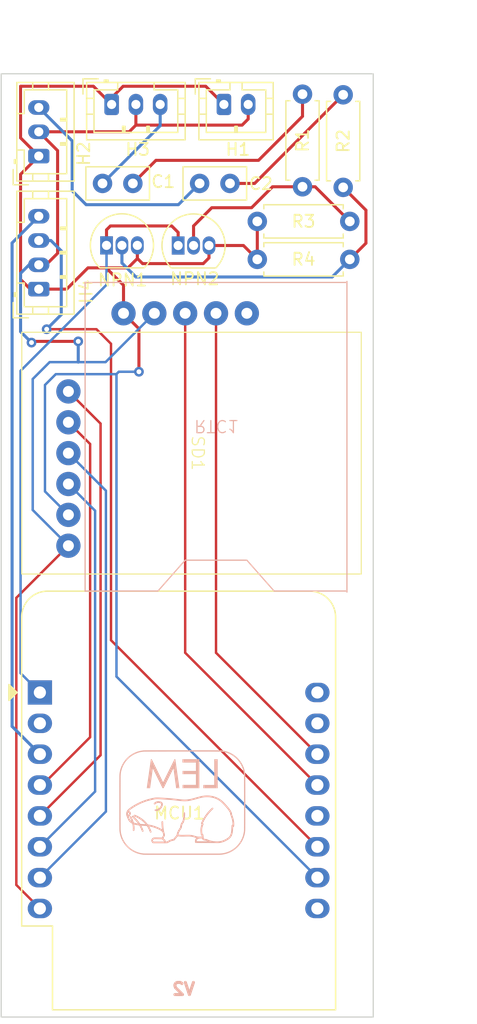
<source format=kicad_pcb>
(kicad_pcb (version 20221018) (generator pcbnew)
  (layers (0 "F.Cu" signal) (31 "B.Cu" signal) (34 "B.Paste" user) (35 "F.Paste" user) (36 "B.SilkS" user "B.Silkscreen") (37 "F.SilkS" user "F.Silkscreen") (38 "B.Mask" user) (39 "F.Mask" user) (44 "Edge.Cuts" user))
  (net 0 "")
  (net 1 "Net-(C1-Pad2)")
  (net 2 "Net-(C2-Pad2)")
  (net 3 "Net-(NPN1-B)")
  (net 4 "Net-(NPN2-B)")
  (net 5 "Net-(H3-Pin_3)")
  (net 6 "Net-(H4-Pin_3)")
  (net 7 "Net-(H1-Pin_2)")
  (net 8 "Net-(H1-Pin_1)")
  (net 9 "Net-(MCU1-~{RST})")
  (net 11 "Net-(H2-Pin_3)")
  (net 16 "Net-(MCU1-SCK{slash}D5)")
  (net 17 "Net-(MCU1-MISO{slash}D6)")
  (net 18 "Net-(MCU1-MOSI{slash}D7)")
  (net 19 "Net-(MCU1-CS{slash}D8)")
  (net 20 "Net-(MCU1-SDA{slash}D2)")
  (net 21 "Net-(MCU1-SCL{slash}D1)")
  (net 23 "Net-(H4-Pin_4)")
  (footprint "Resistor_THT:R_Axial_DIN0207_L6.3mm_D2.5mm_P7.62mm_Horizontal" (layer "F.Cu") (at 172.075 44.955 -90)
    (fp_text reference "R2" hide)
    (fp_text value "1k" hide)
    (fp_text user "${REFERENCE}" (at 3.81 0 90) (layer "F.SilkS"))
    (pad "1" thru_hole circle (at 0 0 270) (size 1.6 1.6) (drill 0.8) (layers "*.Cu" "*.Mask") (net 2 "Net-(C2-Pad2)"))
    (pad "2" thru_hole oval (at 7.62 0 270) (size 1.6 1.6) (drill 0.8) (layers "*.Cu" "*.Mask") (net 3 "Net-(NPN1-B)"))
  )
  (footprint "Module:WEMOS_D1_mini_light" (layer "F.Cu") (at 147.09 94.15)
    (fp_text reference "MCU1" hide)
    (fp_text value "WeMos_D1_mini")
    (fp_text user "${REFERENCE}" (at 11.49 9.93) (layer "F.SilkS"))
    (pad "1" thru_hole rect (at 0 0) (size 2 2) (drill 1) (layers "*.Cu" "*.Mask") (net 9 "Net-(MCU1-~{RST})"))
    (pad "2" thru_hole oval (at 0 2.54) (size 2 1.6) (drill 1) (layers "*.Cu" "*.Mask"))
    (pad "3" thru_hole oval (at 0 5.08) (size 2 1.6) (drill 1) (layers "*.Cu" "*.Mask") (net 23 "Net-(H4-Pin_4)"))
    (pad "4" thru_hole oval (at 0 7.62) (size 2 1.6) (drill 1) (layers "*.Cu" "*.Mask") (net 16 "Net-(MCU1-SCK{slash}D5)"))
    (pad "5" thru_hole oval (at 0 10.16) (size 2 1.6) (drill 1) (layers "*.Cu" "*.Mask") (net 17 "Net-(MCU1-MISO{slash}D6)"))
    (pad "6" thru_hole oval (at 0 12.7) (size 2 1.6) (drill 1) (layers "*.Cu" "*.Mask") (net 18 "Net-(MCU1-MOSI{slash}D7)"))
    (pad "7" thru_hole oval (at 0 15.24) (size 2 1.6) (drill 1) (layers "*.Cu" "*.Mask") (net 19 "Net-(MCU1-CS{slash}D8)"))
    (pad "8" thru_hole oval (at 0 17.78) (size 2 1.6) (drill 1) (layers "*.Cu" "*.Mask") (net 7 "Net-(H1-Pin_2)"))
    (pad "9" thru_hole oval (at 22.86 17.78) (size 2 1.6) (drill 1) (layers "*.Cu" "*.Mask"))
    (pad "10" thru_hole oval (at 22.86 15.24) (size 2 1.6) (drill 1) (layers "*.Cu" "*.Mask") (net 8 "Net-(H1-Pin_1)"))
    (pad "11" thru_hole oval (at 22.86 12.7) (size 2 1.6) (drill 1) (layers "*.Cu" "*.Mask") (net 6 "Net-(H4-Pin_3)"))
    (pad "12" thru_hole oval (at 22.86 10.16) (size 2 1.6) (drill 1) (layers "*.Cu" "*.Mask"))
    (pad "13" thru_hole oval (at 22.86 7.62) (size 2 1.6) (drill 1) (layers "*.Cu" "*.Mask") (net 20 "Net-(MCU1-SDA{slash}D2)"))
    (pad "14" thru_hole oval (at 22.86 5.08) (size 2 1.6) (drill 1) (layers "*.Cu" "*.Mask") (net 21 "Net-(MCU1-SCL{slash}D1)"))
    (pad "15" thru_hole oval (at 22.86 2.54) (size 2 1.6) (drill 1) (layers "*.Cu" "*.Mask"))
    (pad "16" thru_hole oval (at 22.86 0) (size 2 1.6) (drill 1) (layers "*.Cu" "*.Mask"))
  )
  (footprint "Connector_JST:JST_PH_B4B-PH-K_1x04_P2.00mm_Vertical" (layer "F.Cu") (at 147 60.95 90)
    (fp_text reference "H4" (at -0.2 3.9 90) (layer "F.SilkS"))
    (fp_text value "Conn_PIR3" hide)
    (pad "1" thru_hole roundrect (at 0 0 90) (size 1.2 1.75) (drill 0.75) (layers "*.Cu" "*.Mask") (roundrect_rratio 0.2083333333) (net 8 "Net-(H1-Pin_1)"))
    (pad "2" thru_hole oval (at 2 0 90) (size 1.2 1.75) (drill 0.75) (layers "*.Cu" "*.Mask") (net 7 "Net-(H1-Pin_2)"))
    (pad "3" thru_hole oval (at 4 0 90) (size 1.2 1.75) (drill 0.75) (layers "*.Cu" "*.Mask") (net 6 "Net-(H4-Pin_3)"))
    (pad "4" thru_hole oval (at 6 0 90) (size 1.2 1.75) (drill 0.75) (layers "*.Cu" "*.Mask") (net 23 "Net-(H4-Pin_4)"))
  )
  (footprint "Connector_JST:JST_PH_B3B-PH-K_1x03_P2.00mm_Vertical" (layer "F.Cu") (at 153 45.75)
    (fp_text reference "H3" (at 2.15 3.7) (layer "F.SilkS"))
    (fp_text value "Conn_PIR2" hide)
    (pad "1" thru_hole roundrect (at 0 0) (size 1.2 1.75) (drill 0.75) (layers "*.Cu" "*.Mask") (roundrect_rratio 0.2083333333) (net 8 "Net-(H1-Pin_1)"))
    (pad "2" thru_hole oval (at 2 0) (size 1.2 1.75) (drill 0.75) (layers "*.Cu" "*.Mask") (net 7 "Net-(H1-Pin_2)"))
    (pad "3" thru_hole oval (at 4 0) (size 1.2 1.75) (drill 0.75) (layers "*.Cu" "*.Mask") (net 5 "Net-(H3-Pin_3)"))
  )
  (footprint "Connector_JST:JST_PH_B2B-PH-K_1x02_P2.00mm_Vertical" (layer "F.Cu") (at 162.25 45.75)
    (fp_text reference "H1" (at 1.15 3.7) (layer "F.SilkS"))
    (fp_text value "Conn_battery" hide)
    (pad "1" thru_hole roundrect (at 0 0) (size 1.2 1.75) (drill 0.75) (layers "*.Cu" "*.Mask") (roundrect_rratio 0.2083333333) (net 8 "Net-(H1-Pin_1)"))
    (pad "2" thru_hole oval (at 2 0) (size 1.2 1.75) (drill 0.75) (layers "*.Cu" "*.Mask") (net 7 "Net-(H1-Pin_2)"))
  )
  (footprint "Resistor_THT:R_Axial_DIN0207_L6.3mm_D2.5mm_P7.62mm_Horizontal" (layer "F.Cu") (at 172.62 58.5 180)
    (fp_text reference "R4" hide)
    (fp_text value "1M" hide)
    (fp_text user "${REFERENCE}" (at 3.81 0) (layer "F.SilkS"))
    (pad "1" thru_hole circle (at 0 0 180) (size 1.6 1.6) (drill 0.8) (layers "*.Cu" "*.Mask") (net 3 "Net-(NPN1-B)"))
    (pad "2" thru_hole oval (at 7.62 0 180) (size 1.6 1.6) (drill 0.8) (layers "*.Cu" "*.Mask") (net 8 "Net-(H1-Pin_1)"))
  )
  (footprint "Resistor_THT:R_Axial_DIN0207_L6.3mm_D2.5mm_P7.62mm_Horizontal" (layer "F.Cu") (at 168.725 44.905 -90)
    (fp_text reference "R1" hide)
    (fp_text value "1k" hide)
    (fp_text user "${REFERENCE}" (at 3.81 0 90) (layer "F.SilkS"))
    (pad "1" thru_hole circle (at 0 0 270) (size 1.6 1.6) (drill 0.8) (layers "*.Cu" "*.Mask") (net 1 "Net-(C1-Pad2)"))
    (pad "2" thru_hole oval (at 7.62 0 270) (size 1.6 1.6) (drill 0.8) (layers "*.Cu" "*.Mask") (net 4 "Net-(NPN2-B)"))
  )
  (footprint "Package_TO_SOT_THT:TO-92_Inline" (layer "F.Cu") (at 158.48 57.36)
    (fp_text reference "NPN2" hide)
    (fp_text value "BC547" hide)
    (fp_text user "${REFERENCE}" (at 1.37 2.74 180) (layer "F.SilkS"))
    (pad "1" thru_hole rect (at 0 0) (size 1.05 1.5) (drill 0.75) (layers "*.Cu" "*.Mask") (net 9 "Net-(MCU1-~{RST})"))
    (pad "2" thru_hole oval (at 1.27 0) (size 1.05 1.5) (drill 0.75) (layers "*.Cu" "*.Mask") (net 4 "Net-(NPN2-B)"))
    (pad "3" thru_hole oval (at 2.54 0) (size 1.05 1.5) (drill 0.75) (layers "*.Cu" "*.Mask") (net 8 "Net-(H1-Pin_1)"))
  )
  (footprint "Capacitor_THT:C_Disc_D5.0mm_W2.5mm_P2.50mm" (layer "F.Cu") (at 152.25 52.25)
    (fp_text reference "C1" hide)
    (fp_text value "1uF" hide)
    (fp_text user "${REFERENCE}" (at 5 -0.15) (layer "F.SilkS"))
    (pad "1" thru_hole circle (at 0 0) (size 1.6 1.6) (drill 0.8) (layers "*.Cu" "*.Mask") (net 5 "Net-(H3-Pin_3)"))
    (pad "2" thru_hole circle (at 2.5 0) (size 1.6 1.6) (drill 0.8) (layers "*.Cu" "*.Mask") (net 1 "Net-(C1-Pad2)"))
  )
  (footprint "Resistor_THT:R_Axial_DIN0207_L6.3mm_D2.5mm_P7.62mm_Horizontal" (layer "F.Cu") (at 172.62 55.375 180)
    (fp_text reference "R3" hide)
    (fp_text value "1M" hide)
    (fp_text user "${REFERENCE}" (at 3.81 0) (layer "F.SilkS"))
    (pad "1" thru_hole circle (at 0 0 180) (size 1.6 1.6) (drill 0.8) (layers "*.Cu" "*.Mask") (net 4 "Net-(NPN2-B)"))
    (pad "2" thru_hole oval (at 7.62 0 180) (size 1.6 1.6) (drill 0.8) (layers "*.Cu" "*.Mask") (net 8 "Net-(H1-Pin_1)"))
  )
  (footprint "Custom components:DFRobot micro SD module" (layer "F.Cu") (at 159.6 74.45 -90)
    (fp_text reference "SD1" (at 0 -0.5 -90 unlocked) (layer "F.SilkS") (effects (font (thickness 0.1))))
    (fp_text value "~")
    (pad "1" thru_hole circle (at -5.08 10.16 270) (size 2 2) (drill 0.9) (layers "*.Cu" "*.Mask") (net 17 "Net-(MCU1-MISO{slash}D6)"))
    (pad "2" thru_hole circle (at -2.54 10.16 270) (size 2 2) (drill 0.9) (layers "*.Cu" "*.Mask") (net 16 "Net-(MCU1-SCK{slash}D5)"))
    (pad "3" thru_hole circle (at 0 10.16 270) (size 2 2) (drill 0.9) (layers "*.Cu" "*.Mask") (net 19 "Net-(MCU1-CS{slash}D8)"))
    (pad "4" thru_hole circle (at 2.54 10.16 270) (size 2 2) (drill 0.9) (layers "*.Cu" "*.Mask") (net 18 "Net-(MCU1-MOSI{slash}D7)"))
    (pad "5" thru_hole circle (at 5.08 10.16 270) (size 2 2) (drill 0.9) (layers "*.Cu" "*.Mask") (net 8 "Net-(H1-Pin_1)"))
    (pad "6" thru_hole circle (at 7.62 10.16 270) (size 2 2) (drill 0.9) (layers "*.Cu" "*.Mask") (net 7 "Net-(H1-Pin_2)"))
  )
  (footprint "Capacitor_THT:C_Disc_D5.0mm_W2.5mm_P2.50mm" (layer "F.Cu") (at 160.25 52.25)
    (fp_text reference "C2" hide)
    (fp_text value "1uF" hide)
    (fp_text user "${REFERENCE}" (at 5.045 0.02) (layer "F.SilkS"))
    (pad "1" thru_hole circle (at 0 0) (size 1.6 1.6) (drill 0.8) (layers "*.Cu" "*.Mask") (net 11 "Net-(H2-Pin_3)"))
    (pad "2" thru_hole circle (at 2.5 0) (size 1.6 1.6) (drill 0.8) (layers "*.Cu" "*.Mask") (net 2 "Net-(C2-Pad2)"))
  )
  (footprint "Package_TO_SOT_THT:TO-92_Inline" (layer "F.Cu") (at 152.58 57.35)
    (fp_text reference "NPN1" hide)
    (fp_text value "BC547" hide)
    (fp_text user "${REFERENCE}" (at 1.32 2.85 180) (layer "F.SilkS"))
    (pad "1" thru_hole rect (at 0 0) (size 1.05 1.5) (drill 0.75) (layers "*.Cu" "*.Mask") (net 9 "Net-(MCU1-~{RST})"))
    (pad "2" thru_hole oval (at 1.27 0) (size 1.05 1.5) (drill 0.75) (layers "*.Cu" "*.Mask") (net 3 "Net-(NPN1-B)"))
    (pad "3" thru_hole oval (at 2.54 0) (size 1.05 1.5) (drill 0.75) (layers "*.Cu" "*.Mask") (net 8 "Net-(H1-Pin_1)"))
  )
  (footprint "Connector_JST:JST_PH_B3B-PH-K_1x03_P2.00mm_Vertical" (layer "F.Cu") (at 147 50 90)
    (fp_text reference "H2" (at 0.2 3.7 90) (layer "F.SilkS"))
    (fp_text value "Conn_PIR1" hide)
    (pad "1" thru_hole roundrect (at 0 0 90) (size 1.2 1.75) (drill 0.75) (layers "*.Cu" "*.Mask") (roundrect_rratio 0.2083333333) (net 8 "Net-(H1-Pin_1)"))
    (pad "2" thru_hole oval (at 2 0 90) (size 1.2 1.75) (drill 0.75) (layers "*.Cu" "*.Mask") (net 7 "Net-(H1-Pin_2)"))
    (pad "3" thru_hole oval (at 4 0 90) (size 1.2 1.75) (drill 0.75) (layers "*.Cu" "*.Mask") (net 11 "Net-(H2-Pin_3)"))
  )
  (footprint "Custom components:Adafruit PCF8523" (layer "B.Cu") (at 161.6 73.1)
    (fp_text reference "RTC1" (at 0.05 -0.875 180 unlocked) (layer "B.SilkS") (effects (font (thickness 0.1)) (justify mirror)))
    (fp_text value "~")
    (pad "1" thru_hole circle (at -7.62 -10.16) (size 2 2) (drill 0.9) (layers "*.Cu" "*.Mask") (net 8 "Net-(H1-Pin_1)"))
    (pad "2" thru_hole circle (at -5.08 -10.16) (size 2 2) (drill 0.9) (layers "*.Cu" "*.Mask") (net 7 "Net-(H1-Pin_2)"))
    (pad "3" thru_hole circle (at -2.54 -10.16) (size 2 2) (drill 0.9) (layers "*.Cu" "*.Mask") (net 20 "Net-(MCU1-SDA{slash}D2)"))
    (pad "4" thru_hole circle (at 0 -10.16) (size 2 2) (drill 0.9) (layers "*.Cu" "*.Mask") (net 21 "Net-(MCU1-SCL{slash}D1)"))
    (pad "5" thru_hole circle (at 2.54 -10.16) (size 2 2) (drill 0.9) (layers "*.Cu" "*.Mask"))
  )
  (footprint "Custom components:Logo_LEM" (layer "B.Cu") (at 158.83 103.33 180)
    (fp_text reference "G***" hide)
    (fp_text value "LOGO" hide)
  )
  (gr_rect (start 143.905 43.225) (end 174.55 120.865) (stroke (width 0.1)) (fill none) (layer "Edge.Cuts"))
  (gr_text "V2" (at 160 119.15) (layer "B.SilkS") (effects (font (size 1 1) (thickness 0.25) bold) (justify left bottom mirror)))
  (segment (start 156.65 50.35) (end 154.75 52.25) (width 0.25) (layer "F.Cu") (net 1))
  (segment (start 168.725 46.725) (end 165.1 50.35) (width 0.25) (layer "F.Cu") (net 1))
  (segment (start 165.1 50.35) (end 156.65 50.35) (width 0.25) (layer "F.Cu") (net 1))
  (segment (start 168.725 44.905) (end 168.725 46.725) (width 0.25) (layer "F.Cu") (net 1))
  (segment (start 162.75 52.25) (end 164.78 52.25) (width 0.25) (layer "F.Cu") (net 2))
  (segment (start 164.78 52.25) (end 172.075 44.955) (width 0.25) (layer "F.Cu") (net 2))
  (segment (start 173.95 54.45) (end 173.95 57.17) (width 0.25) (layer "F.Cu") (net 3))
  (segment (start 172.075 52.575) (end 173.95 54.45) (width 0.25) (layer "F.Cu") (net 3))
  (segment (start 173.95 57.17) (end 172.62 58.5) (width 0.25) (layer "F.Cu") (net 3))
  (segment (start 153.85 58.8) (end 153.85 57.35) (width 0.25) (layer "B.Cu") (net 3))
  (segment (start 171.17 59.95) (end 155 59.95) (width 0.25) (layer "B.Cu") (net 3))
  (segment (start 155 59.95) (end 153.85 58.8) (width 0.25) (layer "B.Cu") (net 3))
  (segment (start 172.62 58.5) (end 171.17 59.95) (width 0.25) (layer "B.Cu") (net 3))
  (segment (start 168.725 52.525) (end 166.255 52.525) (width 0.25) (layer "F.Cu") (net 4))
  (segment (start 164.53 54.25) (end 161.25 54.25) (width 0.25) (layer "F.Cu") (net 4))
  (segment (start 169.77 52.525) (end 168.725 52.525) (width 0.25) (layer "F.Cu") (net 4))
  (segment (start 166.255 52.525) (end 164.53 54.25) (width 0.25) (layer "F.Cu") (net 4))
  (segment (start 159.75 55.75) (end 159.75 57.36) (width 0.25) (layer "F.Cu") (net 4))
  (segment (start 172.62 55.375) (end 169.77 52.525) (width 0.25) (layer "F.Cu") (net 4))
  (segment (start 161.25 54.25) (end 159.75 55.75) (width 0.25) (layer "F.Cu") (net 4))
  (segment (start 157 47.5) (end 152.25 52.25) (width 0.25) (layer "B.Cu") (net 5))
  (segment (start 157 45.75) (end 157 47.5) (width 0.25) (layer "B.Cu") (net 5))
  (segment (start 147.65 64.25) (end 151.75 64.25) (width 0.2) (layer "F.Cu") (net 6))
  (segment (start 151.75 64.25) (end 152.95 65.45) (width 0.2) (layer "F.Cu") (net 6))
  (segment (start 152.95 89.85) (end 169.95 106.85) (width 0.2) (layer "F.Cu") (net 6))
  (segment (start 152.95 65.45) (end 152.95 89.85) (width 0.2) (layer "F.Cu") (net 6))
  (via (at 147.65 64.25) (size 0.8) (drill 0.4) (layers "F.Cu" "B.Cu") (net 6))
  (segment (start 148 56.95) (end 148.85 57.8) (width 0.25) (layer "B.Cu") (net 6))
  (segment (start 147 56.95) (end 148 56.95) (width 0.25) (layer "B.Cu") (net 6))
  (segment (start 148.85 57.8) (end 148.85 63.05) (width 0.25) (layer "B.Cu") (net 6))
  (segment (start 148.85 63.05) (end 147.65 64.25) (width 0.25) (layer "B.Cu") (net 6))
  (segment (start 148.55 58) (end 147.6 58.95) (width 0.25) (layer "F.Cu") (net 7))
  (segment (start 164.25 45.75) (end 164.25 46.95) (width 0.25) (layer "F.Cu") (net 7))
  (segment (start 147.6 58.95) (end 147 58.95) (width 0.25) (layer "F.Cu") (net 7))
  (segment (start 146.4 65.35) (end 146.5 65.25) (width 0.25) (layer "F.Cu") (net 7))
  (segment (start 155 47.45) (end 154.45 48) (width 0.25) (layer "F.Cu") (net 7))
  (segment (start 164.25 46.95) (end 163.75 47.45) (width 0.25) (layer "F.Cu") (net 7))
  (segment (start 147.09 111.93) (end 145.15 109.99) (width 0.2) (layer "F.Cu") (net 7))
  (segment (start 146.5 65.25) (end 150.25 65.25) (width 0.25) (layer "F.Cu") (net 7))
  (segment (start 145.15 86.36) (end 149.44 82.07) (width 0.2) (layer "F.Cu") (net 7))
  (segment (start 145.15 109.99) (end 145.15 86.36) (width 0.2) (layer "F.Cu") (net 7))
  (segment (start 148.55 49.55) (end 148.55 58) (width 0.25) (layer "F.Cu") (net 7))
  (segment (start 155 47.45) (end 155 45.75) (width 0.25) (layer "F.Cu") (net 7))
  (segment (start 154.45 48) (end 147 48) (width 0.25) (layer "F.Cu") (net 7))
  (segment (start 147 48) (end 148.55 49.55) (width 0.25) (layer "F.Cu") (net 7))
  (segment (start 163.75 47.45) (end 155 47.45) (width 0.25) (layer "F.Cu") (net 7))
  (via (at 150.25 65.25) (size 0.8) (drill 0.4) (layers "F.Cu" "B.Cu") (net 7))
  (via (at 146.4 65.35) (size 0.8) (drill 0.4) (layers "F.Cu" "B.Cu") (net 7))
  (segment (start 146.4 65.35) (end 145.5 64.45) (width 0.25) (layer "B.Cu") (net 7))
  (segment (start 146.5 79.13) (end 149.44 82.07) (width 0.2) (layer "B.Cu") (net 7))
  (segment (start 145.5 64.45) (end 145.5 59.65) (width 0.25) (layer "B.Cu") (net 7))
  (segment (start 145.5 59.65) (end 146.2 58.95) (width 0.25) (layer "B.Cu") (net 7))
  (segment (start 146.5 68.35) (end 146.5 79.13) (width 0.2) (layer "B.Cu") (net 7))
  (segment (start 150.25 66.96) (end 147.89 66.96) (width 0.2) (layer "B.Cu") (net 7))
  (segment (start 150.25 65.25) (end 150.25 66.96) (width 0.25) (layer "B.Cu") (net 7))
  (segment (start 147.89 66.96) (end 146.5 68.35) (width 0.2) (layer "B.Cu") (net 7))
  (segment (start 152.5 66.96) (end 150.25 66.96) (width 0.2) (layer "B.Cu") (net 7))
  (segment (start 152.5 66.96) (end 156.52 62.94) (width 0.2) (layer "B.Cu") (net 7))
  (segment (start 146.2 58.95) (end 147 58.95) (width 0.25) (layer "B.Cu") (net 7))
  (segment (start 155.25 64.21) (end 155.25 67.75) (width 0.25) (layer "F.Cu") (net 8))
  (segment (start 147 50) (end 145.5 51.5) (width 0.25) (layer "F.Cu") (net 8))
  (segment (start 165 58.5) (end 165 55.375) (width 0.25) (layer "F.Cu") (net 8))
  (segment (start 155.12 58.43) (end 154.35 59.2) (width 0.25) (layer "F.Cu") (net 8))
  (segment (start 146.3 60.95) (end 147 60.95) (width 0.25) (layer "F.Cu") (net 8))
  (segment (start 161.02 58.38) (end 160.55 58.85) (width 0.25) (layer "F.Cu") (net 8))
  (segment (start 155.55 58.85) (end 155.12 58.42) (width 0.25) (layer "F.Cu") (net 8))
  (segment (start 161.02 57.36) (end 161.02 58.38) (width 0.25) (layer "F.Cu") (net 8))
  (segment (start 145.5 51.5) (end 145.5 60.15) (width 0.25) (layer "F.Cu") (net 8))
  (segment (start 152.55 59.2) (end 151.05 59.2) (width 0.25) (layer "F.Cu") (net 8))
  (segment (start 151.05 59.2) (end 149.3 60.95) (width 0.25) (layer "F.Cu") (net 8))
  (segment (start 155.12 57.35) (end 155.12 58.43) (width 0.25) (layer "F.Cu") (net 8))
  (segment (start 162.25 45.75) (end 160.75 44.25) (width 0.25) (layer "F.Cu") (net 8))
  (segment (start 152.55 59.2) (end 153.98 60.63) (width 0.25) (layer "F.Cu") (net 8))
  (segment (start 160.55 58.85) (end 155.55 58.85) (width 0.25) (layer "F.Cu") (net 8))
  (segment (start 153 45.2) (end 153 45.75) (width 0.25) (layer "F.Cu") (net 8))
  (segment (start 149.3 60.95) (end 147 60.95) (width 0.25) (layer "F.Cu") (net 8))
  (segment (start 163.86 57.36) (end 165 58.5) (width 0.25) (layer "F.Cu") (net 8))
  (segment (start 154.35 59.2) (end 152.55 59.2) (width 0.25) (layer "F.Cu") (net 8))
  (segment (start 160.75 44.25) (end 153.95 44.25) (width 0.25) (layer "F.Cu") (net 8))
  (segment (start 153.98 62.94) (end 155.25 64.21) (width 0.25) (layer "F.Cu") (net 8))
  (segment (start 153.95 44.25) (end 153 45.2) (width 0.25) (layer "F.Cu") (net 8))
  (segment (start 145.5 60.15) (end 146.3 60.95) (width 0.25) (layer "F.Cu") (net 8))
  (segment (start 151.5 44.25) (end 145.5 44.25) (width 0.25) (layer "F.Cu") (net 8))
  (segment (start 145.5 44.25) (end 145.5 48.5) (width 0.25) (layer "F.Cu") (net 8))
  (segment (start 155.12 58.42) (end 155.12 57.35) (width 0.25) (layer "F.Cu") (net 8))
  (segment (start 161.02 57.36) (end 163.86 57.36) (width 0.25) (layer "F.Cu") (net 8))
  (segment (start 145.5 48.5) (end 147 50) (width 0.25) (layer "F.Cu") (net 8))
  (segment (start 153.98 60.63) (end 153.98 62.94) (width 0.25) (layer "F.Cu") (net 8))
  (segment (start 153 45.75) (end 151.5 44.25) (width 0.25) (layer "F.Cu") (net 8))
  (via (at 155.25 67.75) (size 0.8) (drill 0.4) (layers "F.Cu" "B.Cu") (net 8))
  (segment (start 153.4 92.84) (end 153.4 67.94) (width 0.2) (layer "B.Cu") (net 8))
  (segment (start 147.51 68.84) (end 147.51 77.6) (width 0.2) (layer "B.Cu") (net 8))
  (segment (start 153.4 67.94) (end 153.39 67.95) (width 0.2) (layer "B.Cu") (net 8))
  (segment (start 153.59 67.75) (end 155.25 67.75) (width 0.2) (layer "B.Cu") (net 8))
  (segment (start 169.95 109.39) (end 153.4 92.84) (width 0.2) (layer "B.Cu") (net 8))
  (segment (start 153.39 67.95) (end 153.59 67.75) (width 0.2) (layer "B.Cu") (net 8))
  (segment (start 153.39 67.95) (end 148.4 67.95) (width 0.2) (layer "B.Cu") (net 8))
  (segment (start 147.51 77.6) (end 149.44 79.53) (width 0.2) (layer "B.Cu") (net 8))
  (segment (start 148.4 67.95) (end 147.51 68.84) (width 0.2) (layer "B.Cu") (net 8))
  (segment (start 158.48 57.36) (end 158.48 56.28) (width 0.25) (layer "F.Cu") (net 9))
  (segment (start 152.58 56.07) (end 152.58 57.35) (width 0.25) (layer "F.Cu") (net 9))
  (segment (start 152.9 55.75) (end 152.58 56.07) (width 0.25) (layer "F.Cu") (net 9))
  (segment (start 157.95 55.75) (end 152.9 55.75) (width 0.25) (layer "F.Cu") (net 9))
  (segment (start 158.48 56.28) (end 157.95 55.75) (width 0.25) (layer "F.Cu") (net 9))
  (segment (start 145.5 67.675) (end 152.58 60.595) (width 0.2) (layer "B.Cu") (net 9))
  (segment (start 145.5 92.56) (end 145.5 67.675) (width 0.2) (layer "B.Cu") (net 9))
  (segment (start 152.58 60.595) (end 152.58 57.35) (width 0.2) (layer "B.Cu") (net 9))
  (segment (start 147.09 94.15) (end 145.5 92.56) (width 0.2) (layer "B.Cu") (net 9))
  (segment (start 158.5 54) (end 150.9 54) (width 0.25) (layer "B.Cu") (net 11))
  (segment (start 149.75 52.85) (end 149.75 48.75) (width 0.25) (layer "B.Cu") (net 11))
  (segment (start 149.75 48.75) (end 147 46) (width 0.25) (layer "B.Cu") (net 11))
  (segment (start 150.9 54) (end 149.75 52.85) (width 0.25) (layer "B.Cu") (net 11))
  (segment (start 160.25 52.25) (end 158.5 54) (width 0.25) (layer "B.Cu") (net 11))
  (segment (start 151.23 73.7) (end 149.44 71.91) (width 0.2) (layer "F.Cu") (net 16))
  (segment (start 151.23 97.83) (end 151.23 73.7) (width 0.2) (layer "F.Cu") (net 16))
  (segment (start 147.09 101.77) (end 147.29 101.77) (width 0.2) (layer "F.Cu") (net 16))
  (segment (start 147.29 101.77) (end 151.23 97.83) (width 0.2) (layer "F.Cu") (net 16))
  (segment (start 147.09 104.31) (end 152.09 99.31) (width 0.2) (layer "F.Cu") (net 17))
  (segment (start 152.09 99.31) (end 152.09 72.02) (width 0.2) (layer "F.Cu") (net 17))
  (segment (start 152.09 72.02) (end 149.44 69.37) (width 0.2) (layer "F.Cu") (net 17))
  (segment (start 147.09 106.85) (end 151.64 102.3) (width 0.2) (layer "B.Cu") (net 18))
  (segment (start 151.64 102.3) (end 151.64 79.19) (width 0.2) (layer "B.Cu") (net 18))
  (segment (start 151.64 79.19) (end 149.44 76.99) (width 0.2) (layer "B.Cu") (net 18))
  (segment (start 147.09 109.39) (end 152.53 103.95) (width 0.2) (layer "B.Cu") (net 19))
  (segment (start 152.53 77.54) (end 149.44 74.45) (width 0.2) (layer "B.Cu") (net 19))
  (segment (start 152.53 103.95) (end 152.53 77.54) (width 0.2) (layer "B.Cu") (net 19))
  (segment (start 159.06 62.94) (end 159.06 90.88) (width 0.2) (layer "F.Cu") (net 20))
  (segment (start 159.06 90.88) (end 169.95 101.77) (width 0.2) (layer "F.Cu") (net 20))
  (segment (start 161.6 62.94) (end 161.6 90.88) (width 0.2) (layer "F.Cu") (net 21))
  (segment (start 161.6 90.88) (end 169.95 99.23) (width 0.2) (layer "F.Cu") (net 21))
  (segment (start 147 54.95) (end 144.8 57.15) (width 0.25) (layer "B.Cu") (net 23))
  (segment (start 144.8 57.15) (end 144.8 96.94) (width 0.25) (layer "B.Cu") (net 23))
  (segment (start 144.8 96.94) (end 147.09 99.23) (width 0.25) (layer "B.Cu") (net 23))
)
</source>
